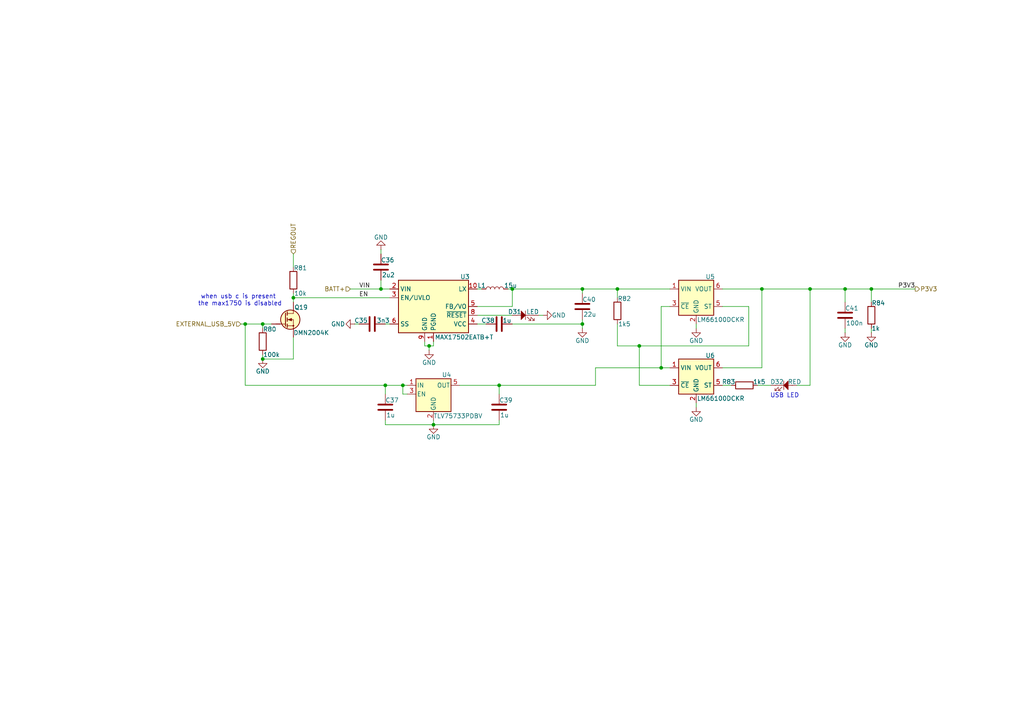
<source format=kicad_sch>
(kicad_sch (version 20250114) (generator "eeschema") (generator_version "9.0")
  (paper "A4")
  (lib_symbols
    (symbol "Device:C" (pin_numbers (hide yes)) (pin_names (offset 0.254))
      (property "Reference" "C" (at 0.635 2.54 0))
      (property "Value" "C" (at 0.635 -2.54 0))
      (symbol "C_0_1"
        (polyline (pts (xy -2.032 0.762) (xy 2.032 0.762)) (stroke (width 0.508)))
        (polyline (pts (xy -2.032 -0.762) (xy 2.032 -0.762)) (stroke (width 0.508)))
      )
      (symbol "C_1_1"
        (pin passive line (at 0 3.81 270) (length 2.794) (name "~") (number "1"))
        (pin passive line (at 0 -3.81 90) (length 2.794) (name "~") (number "2"))
      )
    )
    (symbol "Device:L" (pin_numbers (hide yes)) (pin_names (offset 1.016) (hide yes))
      (property "Reference" "L" (at -1.27 0 90))
      (property "Value" "L" (at 1.905 0 90))
      (symbol "L_0_1"
        (arc (start 0 2.54) (mid 0.6323 1.905) (end 0 1.27))
        (arc (start 0 1.27) (mid 0.6323 0.635) (end 0 0))
        (arc (start 0 0) (mid 0.6323 -0.635) (end 0 -1.27))
        (arc (start 0 -1.27) (mid 0.6323 -1.905) (end 0 -2.54))
      )
      (symbol "L_1_1"
        (pin passive line (at 0 3.81 270) (length 1.27) (name "1") (number "1"))
        (pin passive line (at 0 -3.81 90) (length 1.27) (name "2") (number "2"))
      )
    )
    (symbol "Device:R" (pin_numbers (hide yes)) (pin_names (offset 0))
      (property "Reference" "R" (at 2.032 0 90))
      (property "Value" "R" (at 0 0 90))
      (symbol "R_0_1"
        (rectangle (start -1.016 -2.54) (end 1.016 2.54) (stroke (width 0.254)))
      )
      (symbol "R_1_1"
        (pin passive line (at 0 3.81 270) (length 1.27) (name "~") (number "1"))
        (pin passive line (at 0 -3.81 90) (length 1.27) (name "~") (number "2"))
      )
    )
    (symbol "PCM_SL_Devices:LED"
      (property "Reference" "D" (at -0.508 5.334 0))
      (property "Value" "LED" (at -0.508 2.794 0))
      (symbol "LED_0_1"
        (polyline (pts (xy -1.27 0) (xy -2.54 0)))
        (polyline (pts (xy 0 1.27) (xy 0 -1.27)))
        (polyline (pts (xy 0 0) (xy -1.27 -1.27) (xy -1.27 1.27) (xy 0 0) (xy 1.27 0)) (fill (type outline)))
        (polyline (pts (xy 0.508 0.508) (xy 1.524 1.524)))
        (polyline (pts (xy 1.27 0) (xy 2.54 0)))
        (polyline (pts (xy 1.524 1.524) (xy 0.889 1.524)))
        (polyline (pts (xy 1.524 1.524) (xy 1.524 0.889)))
        (polyline (pts (xy 1.524 0.508) (xy 2.54 1.524)))
        (polyline (pts (xy 2.54 1.524) (xy 1.905 1.524)))
        (polyline (pts (xy 2.54 1.524) (xy 2.54 0.889)))
      )
      (symbol "LED_1_1"
        (pin passive line (at -3.81 0 0) (length 1.5) (name "") (number "2"))
        (pin passive line (at 3.81 0 180) (length 1.5) (name "~") (number "1"))
      )
    )
    (symbol "PCM_Transistor_MOSFET_AKL:DMN2004K" (pin_numbers (hide yes)) (pin_names (hide yes))
      (property "Reference" "Q" (at 5.08 1.27 0))
      (property "Value" "DMN2004K" (at 5.08 -1.27 0))
      (symbol "DMN2004K_0_1"
        (polyline (pts (xy 0.254 1.905) (xy 0.254 -1.905)) (stroke (width 0.254)))
        (polyline (pts (xy 0.254 -1.27) (xy -2.54 -1.27)))
        (polyline (pts (xy 0.762 2.286) (xy 0.762 1.27)) (stroke (width 0.254)))
        (polyline (pts (xy 0.762 0.508) (xy 0.762 -0.508)) (stroke (width 0.254)))
        (polyline (pts (xy 0.762 -1.27) (xy 0.762 -2.286)) (stroke (width 0.254)))
        (polyline (pts (xy 0.762 -1.778) (xy 2.54 -1.778)))
        (polyline (pts (xy 1.016 0) (xy 2.032 0.381) (xy 2.032 -0.381) (xy 1.016 0)) (fill (type outline)))
        (circle (center 1.651 0) (radius 2.794) (stroke (width 0.254)) (fill (type background)))
        (polyline (pts (xy 2.54 2.54) (xy 2.54 1.778)))
        (polyline (pts (xy 2.54 1.778) (xy 0.762 1.778)))
        (circle (center 2.54 -1.778) (radius 0.1778) (fill (type outline)))
        (polyline (pts (xy 2.54 -2.54) (xy 2.54 0) (xy 0.762 0)))
      )
      (symbol "DMN2004K_1_1"
        (pin input line (at -3.81 -1.27 0) (length 2.54) (name "G") (number "1"))
        (pin passive line (at 2.54 5.08 270) (length 2.54) (name "D") (number "3"))
        (pin passive line (at 2.54 -5.08 90) (length 2.54) (name "S") (number "2"))
      )
    )
    (symbol "Power_Management:LM66100DCK"
      (property "Reference" "U" (at -5.08 6.096 0))
      (property "Value" "LM66100DCK" (at 0.254 -6.35 0))
      (symbol "LM66100DCK_0_1"
        (rectangle (start -5.08 5.08) (end 5.08 -5.08) (stroke (width 0.254)) (fill (type background)))
      )
      (symbol "LM66100DCK_1_1"
        (pin power_in line (at -7.62 2.54 0) (length 2.54) (name "VIN") (number "1"))
        (pin input line (at -7.62 -2.54 0) (length 2.54) (name "~{CE}") (number "3"))
        (pin no_connect line (at 0 5.08 270) (length 2.54) (hide yes) (name "NC") (number "4"))
        (pin power_in line (at 0 -7.62 90) (length 2.54) (name "GND") (number "2"))
        (pin power_out line (at 7.62 2.54 180) (length 2.54) (name "VOUT") (number "6"))
        (pin open_collector line (at 7.62 -2.54 180) (length 2.54) (name "ST") (number "5"))
      )
    )
    (symbol "Regulator_Linear:TLV75733PDBV" (pin_names (offset 0.254))
      (property "Reference" "U" (at -3.81 5.715 0))
      (property "Value" "TLV75733PDBV" (at 0 5.715 0))
      (symbol "TLV75733PDBV_0_1"
        (rectangle (start -5.08 4.445) (end 5.08 -5.08) (stroke (width 0.254)) (fill (type background)))
      )
      (symbol "TLV75733PDBV_1_1"
        (pin power_in line (at -7.62 2.54 0) (length 2.54) (name "IN") (number "1"))
        (pin input line (at -7.62 0 0) (length 2.54) (name "EN") (number "3"))
        (pin power_in line (at 0 -7.62 90) (length 2.54) (name "GND") (number "2"))
        (pin no_connect line (at 5.08 0 180) (length 2.54) (hide yes) (name "NC") (number "4"))
        (pin power_out line (at 7.62 2.54 180) (length 2.54) (name "OUT") (number "5"))
      )
    )
    (symbol "Regulator_Switching:MAX17502EATB+T"
      (property "Reference" "U" (at -8.89 8.89 0))
      (property "Value" "MAX17502EATB+T" (at 2.032 8.89 0))
      (symbol "MAX17502EATB+T_0_1"
        (rectangle (start -10.16 7.62) (end 10.16 -7.62) (stroke (width 0.254)) (fill (type background)))
      )
      (symbol "MAX17502EATB+T_1_1"
        (pin power_in line (at -12.7 5.08 0) (length 2.54) (name "VIN") (number "2"))
        (pin input line (at -12.7 2.54 0) (length 2.54) (name "EN/UVLO") (number "3"))
        (pin passive line (at -12.7 -5.08 0) (length 2.54) (name "SS") (number "6"))
        (pin no_connect line (at -10.16 -2.54 0) (length 2.54) (hide yes) (name "NC") (number "7"))
        (pin passive line (at -2.54 -10.16 90) (length 2.54) (hide yes) (name "GND") (number "11"))
        (pin power_in line (at -2.54 -10.16 90) (length 2.54) (name "GND") (number "9"))
        (pin power_in line (at 0 -10.16 90) (length 2.54) (name "PGND") (number "1"))
        (pin power_out line (at 12.7 5.08 180) (length 2.54) (name "LX") (number "10"))
        (pin input line (at 12.7 0 180) (length 2.54) (name "FB/VO") (number "5"))
        (pin open_collector line (at 12.7 -2.54 180) (length 2.54) (name "~{RESET}") (number "8"))
        (pin power_out line (at 12.7 -5.08 180) (length 2.54) (name "VCC") (number "4"))
      )
    )
    (symbol "power:GND" (power) (pin_numbers (hide yes)) (pin_names (offset 0) (hide yes))
      (property "Value" "GND" (at 0 -3.81 0))
      (symbol "GND_0_1"
        (polyline (pts (xy 0 0) (xy 0 -1.27) (xy 1.27 -1.27) (xy 0 -2.54) (xy -1.27 -1.27) (xy 0 -1.27)))
      )
      (symbol "GND_1_1"
        (pin power_in line (at 0 0 270) (length 0) (name "~") (number "1"))
      )
    )
  )
  (text "USB LED" (at 227.584 114.808 0) (effects (font (size 1.27 1.27))))
  (text "when usb c is present \nthe max1750 is disabled" (at 69.596 87.122 0) (effects (font (size 1.27 1.27))))
  (junction (at 168.91 93.98))
  (junction (at 125.73 123.19))
  (junction (at 148.59 83.82))
  (junction (at 116.84 111.76))
  (junction (at 245.11 83.82))
  (junction (at 71.12 93.98))
  (junction (at 220.98 83.82))
  (junction (at 76.2 93.98))
  (junction (at 191.77 106.68))
  (junction (at 168.91 83.82))
  (junction (at 185.42 100.33))
  (junction (at 144.78 111.76))
  (junction (at 179.07 83.82))
  (junction (at 110.49 83.82))
  (junction (at 252.73 83.82))
  (junction (at 111.76 111.76))
  (junction (at 85.09 86.36))
  (junction (at 76.2 104.14))
  (junction (at 234.95 83.82))
  (junction (at 124.46 100.33))
  (wire (pts (xy 191.77 88.9) (xy 191.77 106.68)))
  (wire (pts (xy 123.19 99.06) (xy 123.19 100.33)))
  (wire (pts (xy 217.17 88.9) (xy 217.17 100.33)))
  (wire (pts (xy 245.11 83.82) (xy 245.11 87.63)))
  (wire (pts (xy 85.09 97.79) (xy 85.09 104.14)))
  (wire (pts (xy 245.11 95.25) (xy 245.11 96.52)))
  (wire (pts (xy 85.09 86.36) (xy 113.03 86.36)))
  (wire (pts (xy 191.77 106.68) (xy 194.31 106.68)))
  (wire (pts (xy 138.43 88.9) (xy 148.59 88.9)))
  (wire (pts (xy 110.49 81.28) (xy 110.49 83.82)))
  (wire (pts (xy 252.73 95.25) (xy 252.73 96.52)))
  (wire (pts (xy 172.72 111.76) (xy 144.78 111.76)))
  (wire (pts (xy 168.91 92.71) (xy 168.91 93.98)))
  (wire (pts (xy 147.32 83.82) (xy 148.59 83.82)))
  (wire (pts (xy 209.55 111.76) (xy 212.09 111.76)))
  (wire (pts (xy 123.19 100.33) (xy 124.46 100.33)))
  (wire (pts (xy 138.43 83.82) (xy 139.7 83.82)))
  (wire (pts (xy 125.73 121.92) (xy 125.73 123.19)))
  (wire (pts (xy 172.72 106.68) (xy 172.72 111.76)))
  (wire (pts (xy 71.12 93.98) (xy 76.2 93.98)))
  (wire (pts (xy 234.95 83.82) (xy 245.11 83.82)))
  (wire (pts (xy 111.76 111.76) (xy 116.84 111.76)))
  (wire (pts (xy 125.73 123.19) (xy 144.78 123.19)))
  (wire (pts (xy 219.71 111.76) (xy 223.52 111.76)))
  (wire (pts (xy 111.76 93.98) (xy 113.03 93.98)))
  (wire (pts (xy 144.78 121.92) (xy 144.78 123.19)))
  (wire (pts (xy 111.76 121.92) (xy 111.76 123.19)))
  (wire (pts (xy 168.91 83.82) (xy 168.91 85.09)))
  (wire (pts (xy 209.55 83.82) (xy 220.98 83.82)))
  (wire (pts (xy 168.91 83.82) (xy 179.07 83.82)))
  (wire (pts (xy 76.2 93.98) (xy 76.2 95.25)))
  (wire (pts (xy 110.49 72.39) (xy 110.49 73.66)))
  (wire (pts (xy 144.78 114.3) (xy 144.78 111.76)))
  (wire (pts (xy 148.59 83.82) (xy 148.59 88.9)))
  (wire (pts (xy 125.73 99.06) (xy 125.73 100.33)))
  (wire (pts (xy 179.07 83.82) (xy 194.31 83.82)))
  (wire (pts (xy 85.09 86.36) (xy 85.09 87.63)))
  (wire (pts (xy 209.55 106.68) (xy 220.98 106.68)))
  (wire (pts (xy 252.73 83.82) (xy 265.43 83.82)))
  (wire (pts (xy 191.77 88.9) (xy 194.31 88.9)))
  (wire (pts (xy 116.84 111.76) (xy 118.11 111.76)))
  (wire (pts (xy 69.85 93.98) (xy 71.12 93.98)))
  (wire (pts (xy 185.42 100.33) (xy 217.17 100.33)))
  (wire (pts (xy 101.6 83.82) (xy 110.49 83.82)))
  (wire (pts (xy 110.49 83.82) (xy 113.03 83.82)))
  (wire (pts (xy 71.12 93.98) (xy 71.12 111.76)))
  (wire (pts (xy 138.43 93.98) (xy 140.97 93.98)))
  (wire (pts (xy 201.93 118.11) (xy 201.93 116.84)))
  (wire (pts (xy 85.09 73.66) (xy 85.09 77.47)))
  (wire (pts (xy 116.84 111.76) (xy 116.84 114.3)))
  (wire (pts (xy 168.91 93.98) (xy 168.91 95.25)))
  (wire (pts (xy 185.42 100.33) (xy 185.42 111.76)))
  (wire (pts (xy 148.59 83.82) (xy 168.91 83.82)))
  (wire (pts (xy 185.42 111.76) (xy 194.31 111.76)))
  (wire (pts (xy 148.59 93.98) (xy 168.91 93.98)))
  (wire (pts (xy 116.84 114.3) (xy 118.11 114.3)))
  (wire (pts (xy 179.07 93.98) (xy 179.07 100.33)))
  (wire (pts (xy 133.35 111.76) (xy 144.78 111.76)))
  (wire (pts (xy 124.46 101.6) (xy 124.46 100.33)))
  (wire (pts (xy 252.73 83.82) (xy 252.73 87.63)))
  (wire (pts (xy 85.09 85.09) (xy 85.09 86.36)))
  (wire (pts (xy 71.12 111.76) (xy 111.76 111.76)))
  (wire (pts (xy 111.76 114.3) (xy 111.76 111.76)))
  (wire (pts (xy 234.95 83.82) (xy 234.95 111.76)))
  (wire (pts (xy 185.42 100.33) (xy 179.07 100.33)))
  (wire (pts (xy 138.43 91.44) (xy 148.59 91.44)))
  (wire (pts (xy 76.2 93.98) (xy 78.74 93.98)))
  (wire (pts (xy 76.2 102.87) (xy 76.2 104.14)))
  (wire (pts (xy 102.87 93.98) (xy 104.14 93.98)))
  (wire (pts (xy 124.46 100.33) (xy 125.73 100.33)))
  (wire (pts (xy 179.07 83.82) (xy 179.07 86.36)))
  (wire (pts (xy 245.11 83.82) (xy 252.73 83.82)))
  (wire (pts (xy 201.93 95.25) (xy 201.93 93.98)))
  (wire (pts (xy 76.2 104.14) (xy 85.09 104.14)))
  (wire (pts (xy 156.21 91.44) (xy 157.48 91.44)))
  (wire (pts (xy 231.14 111.76) (xy 234.95 111.76)))
  (wire (pts (xy 220.98 83.82) (xy 234.95 83.82)))
  (wire (pts (xy 172.72 106.68) (xy 191.77 106.68)))
  (wire (pts (xy 209.55 88.9) (xy 217.17 88.9)))
  (wire (pts (xy 111.76 123.19) (xy 125.73 123.19)))
  (wire (pts (xy 220.98 83.82) (xy 220.98 106.68)))
  (label "P3V3" (at 265.43 83.82 180))
  (label "VIN" (at 104.14 83.82 0))
  (label "EN" (at 104.14 86.36 0))
  (hierarchical_label "REGOUT" (shape input) (at 85.09 73.66 90))
  (hierarchical_label "P3V3" (shape output) (at 265.43 83.82 0))
  (hierarchical_label "EXTERNAL_USB_5V" (shape input) (at 69.85 93.98 180))
  (hierarchical_label "BATT+" (shape input) (at 101.6 83.82 180))
  (symbol (lib_id "power:GND") (at 201.93 95.25 0) (unit 1)
    (property "Reference" "#PWR028" (effects (hide yes)))
    (property "Value" "GND" (at 201.93 98.806 0))
    (property "Description" "Power symbol creates a global label with name \"GND\" , ground" (effects (hide yes)))
  )
  (symbol (lib_id "power:GND") (at 168.91 95.25 0) (unit 1)
    (property "Reference" "#PWR027" (effects (hide yes)))
    (property "Value" "GND" (at 168.91 98.806 0))
    (property "Description" "Power symbol creates a global label with name \"GND\" , ground" (effects (hide yes)))
  )
  (symbol (lib_id "Device:R") (at 76.2 99.06 0) (mirror y) (unit 1)
    (property "Reference" "R80" (at 78.232 95.504 0))
    (property "Value" "100k" (at 78.74 102.87 0))
    (property "Description" "Resistor" (effects (hide yes)))
  )
  (symbol (lib_id "Device:R") (at 215.9 111.76 270) (unit 1)
    (property "Reference" "R83" (at 211.328 110.744 90))
    (property "Value" "1k5" (at 220.218 110.744 90))
    (property "Description" "Resistor" (effects (hide yes)))
  )
  (symbol (lib_id "Device:R") (at 85.09 81.28 0) (mirror y) (unit 1)
    (property "Reference" "R81" (at 87.122 77.724 0))
    (property "Value" "10k" (at 87.122 85.09 0))
    (property "Description" "Resistor" (effects (hide yes)))
  )
  (symbol (lib_id "Power_Management:LM66100DCK") (at 201.93 109.22 0) (unit 1)
    (property "Reference" "U6" (at 205.994 103.124 0))
    (property "Value" "LM66100DCKR" (at 209.042 115.57 0))
    (property "Footprint" "Package_TO_SOT_SMD:SOT-363_SC-70-6" (effects (hide yes)))
    (property "Datasheet" "https://www.ti.com/lit/ds/symlink/lm66100.pdf" (effects (hide yes)))
    (property "Description" "Ideal Diode With Input Polarity Protection 1.5 - 5.5V  Input Voltage, 1.5A Output Current, Ron 141 mOhm, SC-70-6" (effects (hide yes)))
  )
  (symbol (lib_id "Device:R") (at 179.07 90.17 0) (mirror y) (unit 1)
    (property "Reference" "R82" (at 181.102 86.614 0))
    (property "Value" "1k5" (at 181.102 93.98 0))
    (property "Description" "Resistor" (effects (hide yes)))
  )
  (symbol (lib_id "Device:C") (at 144.78 118.11 0) (unit 1)
    (property "Reference" "C39" (at 144.78 116.078 0) (effects (justify left)))
    (property "Value" "1u" (at 145.034 120.396 0) (effects (justify left)))
    (property "Description" "Unpolarized capacitor" (effects (hide yes)))
  )
  (symbol (lib_id "Device:L") (at 143.51 83.82 90) (unit 1)
    (property "Reference" "L1" (at 139.7 82.804 90))
    (property "Value" "15u" (at 148.082 82.804 90))
    (property "Description" "Inductor" (effects (hide yes)))
  )
  (symbol (lib_id "power:GND") (at 110.49 72.39 180) (unit 1)
    (property "Reference" "#PWR023" (effects (hide yes)))
    (property "Value" "GND" (at 110.49 68.834 0))
    (property "Description" "Power symbol creates a global label with name \"GND\" , ground" (effects (hide yes)))
  )
  (symbol (lib_id "Regulator_Switching:MAX17502EATB+T") (at 125.73 88.9 0) (unit 1)
    (property "Reference" "U3" (at 134.874 80.264 0))
    (property "Value" "MAX17502EATB+T" (at 134.62 97.79 0))
    (property "Footprint" "Package_DFN_QFN:TDFN-10-1EP_2x3mm_P0.5mm_EP0.9x2mm" (effects (hide yes)))
    (property "Datasheet" "https://datasheets.maximintegrated.com/en/ds/MAX17501.pdf" (effects (hide yes)))
    (property "Description" "4.5V–60Vin, 1A, High-Efficiency, 3.3V Synchronous Step-Down DC-DC Converter, PFM Mode, TDFN-10" (effects (hide yes)))
  )
  (symbol (lib_id "Device:C") (at 107.95 93.98 90) (unit 1)
    (property "Reference" "C35" (at 106.68 92.964 90) (effects (justify left)))
    (property "Value" "3n3" (at 113.03 92.964 90) (effects (justify left)))
    (property "Description" "Unpolarized capacitor" (effects (hide yes)))
  )
  (symbol (lib_id "PCM_SL_Devices:LED") (at 227.33 111.76 180) (unit 1)
    (property "Reference" "D32" (at 227.33 110.744 0) (effects (justify left)))
    (property "Value" "RED" (at 232.41 110.744 0) (effects (justify left)))
    (property "Footprint" "PCM_Diode_SMD_AKL:D_0805_2012Metric" (effects (hide yes)))
    (property "Description" "Common 5mm diameter LED" (effects (hide yes)))
  )
  (symbol (lib_id "Device:C") (at 111.76 118.11 0) (unit 1)
    (property "Reference" "C37" (at 111.76 116.078 0) (effects (justify left)))
    (property "Value" "1u" (at 112.014 120.396 0) (effects (justify left)))
    (property "Description" "Unpolarized capacitor" (effects (hide yes)))
  )
  (symbol (lib_id "PCM_Transistor_MOSFET_AKL:DMN2004K") (at 82.55 92.71 0) (unit 1)
    (property "Reference" "Q19" (at 85.344 89.154 0) (effects (justify left)))
    (property "Value" "DMN2004K" (at 85.09 96.52 0) (effects (justify left)))
    (property "Footprint" "PCM_Package_TO_SOT_SMD_AKL:SOT-23" (effects (hide yes)))
    (property "Datasheet" "https://www.tme.eu/Document/071583454e2389f21bf133ca1ab4c9a3/DMN2004K.pdf" (effects (hide yes)))
    (property "Description" "SOT-23 N-MOSFET enchancement mode transistor, 20V, 630mA, 350mW, Alternate KiCAD Library" (effects (hide yes)))
  )
  (symbol (lib_id "power:GND") (at 245.11 96.52 0) (unit 1)
    (property "Reference" "#PWR030" (effects (hide yes)))
    (property "Value" "GND" (at 245.11 100.076 0))
    (property "Description" "Power symbol creates a global label with name \"GND\" , ground" (effects (hide yes)))
  )
  (symbol (lib_id "power:GND") (at 252.73 96.52 0) (unit 1)
    (property "Reference" "#PWR031" (effects (hide yes)))
    (property "Value" "GND" (at 252.73 100.076 0))
    (property "Description" "Power symbol creates a global label with name \"GND\" , ground" (effects (hide yes)))
  )
  (symbol (lib_id "Device:C") (at 144.78 93.98 90) (unit 1)
    (property "Reference" "C38" (at 143.51 92.964 90) (effects (justify left)))
    (property "Value" "1u" (at 148.336 92.964 90) (effects (justify left)))
    (property "Description" "Unpolarized capacitor" (effects (hide yes)))
  )
  (symbol (lib_id "power:GND") (at 124.46 101.6 0) (unit 1)
    (property "Reference" "#PWR024" (effects (hide yes)))
    (property "Value" "GND" (at 124.46 105.156 0))
    (property "Description" "Power symbol creates a global label with name \"GND\" , ground" (effects (hide yes)))
  )
  (symbol (lib_id "Regulator_Linear:TLV75733PDBV") (at 125.73 114.3 0) (unit 1)
    (property "Reference" "U4" (at 129.54 108.712 0))
    (property "Value" "TLV75733PDBV" (at 132.842 120.65 0))
    (property "Footprint" "Package_TO_SOT_SMD:SOT-23-5" (effects (hide yes)))
    (property "Datasheet" "https://www.ti.com/lit/ds/symlink/tlv757p.pdf" (effects (hide yes)))
    (property "Description" "1A Low IQ Small Size Low Dropout Voltage Regulator, Fixed Output 3.3V, SOT-23-5" (effects (hide yes)))
  )
  (symbol (lib_id "Device:C") (at 245.11 91.44 0) (unit 1)
    (property "Reference" "C41" (at 245.11 89.408 0) (effects (justify left)))
    (property "Value" "100n" (at 245.364 93.726 0) (effects (justify left)))
    (property "Description" "Unpolarized capacitor" (effects (hide yes)))
  )
  (symbol (lib_id "Device:C") (at 110.49 77.47 0) (unit 1)
    (property "Reference" "C36" (at 110.49 75.438 0) (effects (justify left)))
    (property "Value" "2u2" (at 110.744 79.756 0) (effects (justify left)))
    (property "Description" "Unpolarized capacitor" (effects (hide yes)))
  )
  (symbol (lib_id "power:GND") (at 201.93 118.11 0) (unit 1)
    (property "Reference" "#PWR029" (effects (hide yes)))
    (property "Value" "GND" (at 201.93 121.666 0))
    (property "Description" "Power symbol creates a global label with name \"GND\" , ground" (effects (hide yes)))
  )
  (symbol (lib_id "power:GND") (at 76.2 104.14 0) (unit 1)
    (property "Reference" "#PWR021" (effects (hide yes)))
    (property "Value" "GND" (at 76.2 107.696 0))
    (property "Description" "Power symbol creates a global label with name \"GND\" , ground" (effects (hide yes)))
  )
  (symbol (lib_id "Device:C") (at 168.91 88.9 0) (unit 1)
    (property "Reference" "C40" (at 168.91 86.868 0) (effects (justify left)))
    (property "Value" "22u" (at 169.164 91.186 0) (effects (justify left)))
    (property "Description" "Unpolarized capacitor" (effects (hide yes)))
  )
  (symbol (lib_id "Power_Management:LM66100DCK") (at 201.93 86.36 0) (unit 1)
    (property "Reference" "U5" (at 205.994 80.264 0))
    (property "Value" "LM66100DCKR" (at 209.042 92.71 0))
    (property "Footprint" "Package_TO_SOT_SMD:SOT-363_SC-70-6" (effects (hide yes)))
    (property "Datasheet" "https://www.ti.com/lit/ds/symlink/lm66100.pdf" (effects (hide yes)))
    (property "Description" "Ideal Diode With Input Polarity Protection 1.5 - 5.5V  Input Voltage, 1.5A Output Current, Ron 141 mOhm, SC-70-6" (effects (hide yes)))
  )
  (symbol (lib_id "Device:R") (at 252.73 91.44 0) (mirror y) (unit 1)
    (property "Reference" "R84" (at 254.762 87.884 0))
    (property "Value" "1k" (at 254 95.25 0))
    (property "Description" "Resistor" (effects (hide yes)))
  )
  (symbol (lib_id "power:GND") (at 157.48 91.44 90) (unit 1)
    (property "Reference" "#PWR026" (effects (hide yes)))
    (property "Value" "GND" (at 162.052 91.44 90))
    (property "Description" "Power symbol creates a global label with name \"GND\" , ground" (effects (hide yes)))
  )
  (symbol (lib_id "power:GND") (at 125.73 123.19 0) (unit 1)
    (property "Reference" "#PWR025" (effects (hide yes)))
    (property "Value" "GND" (at 125.73 126.746 0))
    (property "Description" "Power symbol creates a global label with name \"GND\" , ground" (effects (hide yes)))
  )
  (symbol (lib_id "PCM_SL_Devices:LED") (at 152.4 91.44 0) (mirror x) (unit 1)
    (property "Reference" "D31" (at 147.32 90.424 0) (effects (justify left)))
    (property "Value" "LED" (at 152.654 90.424 0) (effects (justify left)))
    (property "Footprint" "PCM_Diode_SMD_AKL:D_0805_2012Metric" (effects (hide yes)))
    (property "Description" "Common 5mm diameter LED" (effects (hide yes)))
  )
  (symbol (lib_id "power:GND") (at 102.87 93.98 270) (unit 1)
    (property "Reference" "#PWR022" (effects (hide yes)))
    (property "Value" "GND" (at 98.044 93.98 90))
    (property "Description" "Power symbol creates a global label with name \"GND\" , ground" (effects (hide yes)))
  )
)
</source>
